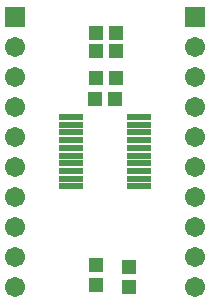
<source format=gts>
G04 DipTrace 3.1.0.1*
G04 MSP440FR2311.gts*
%MOIN*%
G04 #@! TF.FileFunction,Soldermask,Top*
G04 #@! TF.Part,Single*
%ADD26R,0.078866X0.023748*%
%ADD28C,0.067055*%
%ADD30R,0.067055X0.067055*%
%ADD32R,0.04737X0.051307*%
%ADD34R,0.051307X0.04737*%
%FSLAX26Y26*%
G04*
G70*
G90*
G75*
G01*
G04 TopMask*
%LPD*%
D34*
X734000Y1164000D3*
X800929D3*
X730535Y1094000D3*
X797465D3*
X734000Y1254000D3*
X800929D3*
D32*
X734000Y474000D3*
Y540929D3*
D30*
X464390Y1369000D3*
D28*
Y1269000D3*
Y1169000D3*
Y1069000D3*
Y969000D3*
Y869000D3*
Y769000D3*
Y669000D3*
Y569000D3*
Y469000D3*
D30*
X1063610Y1369000D3*
D28*
Y1269000D3*
Y1169000D3*
Y1069000D3*
Y969000D3*
Y869000D3*
Y769000D3*
Y669000D3*
Y569000D3*
Y469000D3*
D34*
X734000Y1314000D3*
X800929D3*
D32*
X844000Y534000D3*
Y467071D3*
D26*
X649823Y1034157D3*
Y1008567D3*
Y982976D3*
Y957386D3*
Y931795D3*
Y906205D3*
Y880614D3*
Y855024D3*
Y829433D3*
Y803843D3*
X878177D3*
X878169Y829433D3*
Y855024D3*
Y880614D3*
Y906205D3*
Y931795D3*
Y957386D3*
Y982976D3*
Y1008567D3*
Y1034157D3*
M02*

</source>
